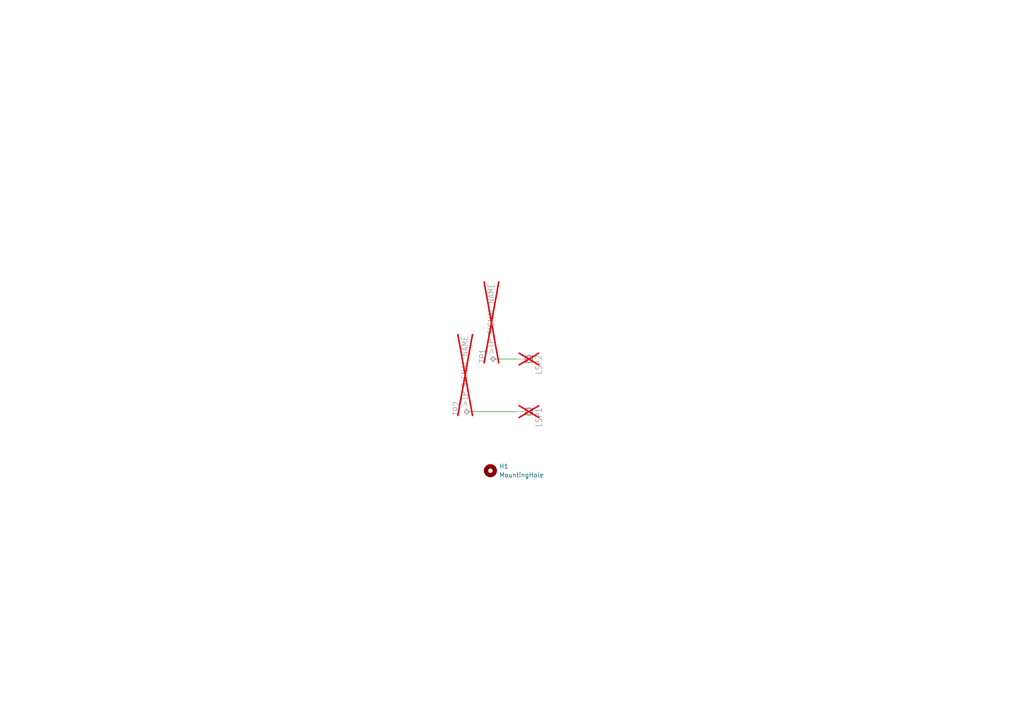
<source format=kicad_sch>
(kicad_sch (version 20230121) (generator eeschema)
  (paper "A4")
  (lib_symbols
    (symbol "Mechanical:MountingHole" (pin_names (offset 1.016))
      (property "Reference" "H" (at 0 5.08 0))
      (property "Value" "MountingHole" (at 0 3.175 0))
      (symbol "MountingHole_0_1"
        (circle (center 0 0) (radius 1.27) (stroke (width 1.27)))
      )
    )
    (symbol "ULHolder-eagle-import:MCS08"
      (property "Reference" "LSP" (at -1.27 2.921 0))
      (symbol "MCS08_1_0"
        (polyline (pts (xy -1.016 0) (xy 1.016 2.032)) (stroke (width 0.254)))
        (polyline (pts (xy -1.016 2.032) (xy 1.016 0)) (stroke (width 0.254)))
        (circle (center 0 1.016) (radius 1.016) (stroke (width 0.4064)))
        (pin passive line (at 0 -2.54 90) (length 2.54) (name "MP") (number "MP"))
      )
    )
    (symbol "ULHolder-eagle-import:TPTP20SQ"
      (property "Reference" "TP" (at -1.27 1.27 0))
      (symbol "TPTP20SQ_1_0"
        (polyline (pts (xy -0.762 -0.762) (xy 0 0)) (stroke (width 0.254)))
        (polyline (pts (xy 0 -1.524) (xy -0.762 -0.762)) (stroke (width 0.254)))
        (polyline (pts (xy 0 0) (xy 0.762 -0.762)) (stroke (width 0.254)))
        (polyline (pts (xy 0.762 -0.762) (xy 0 -1.524)) (stroke (width 0.254)))
        (text ">TP_SIGNAL_NAME" (at 1.27 -1.27 0) (effects (font (size 1.778 1.5113)) (justify left bottom)))
        (pin input line (at 0 -2.54 90) (length 2.54) (name "TP") (number "TP"))
      )
    )
  )
  (wire (pts (xy 137.16 119.38) (xy 149.86 119.38)) (stroke (width 0.1524)))
  (wire (pts (xy 144.78 104.14) (xy 149.86 104.14)) (stroke (width 0.1524)))
  (symbol (lib_id "Mechanical:MountingHole") (at 142.24 136.525 0) (unit 1)
    (property "Reference" "H1" (at 144.78 135.255 0) (effects (justify left)))
    (property "Value" "MountingHole" (at 144.78 137.795 0) (effects (justify left)))
    (property "Footprint" "MountingHole:MountingHole_3.2mm_M3" (effects hide))
  )
  (symbol (lib_id "ULHolder-eagle-import:MCS08") (at 152.4 119.38 270) (unit 1) (in_bom no) (dnp yes)
    (property "Reference" "LSP1" (at 155.321 118.11 0) (effects (font (size 1.778 1.5113)) (justify left bottom)))
    (property "Value" "MCS08" (effects hide))
    (property "Footprint" "ULHolder:MCS08" (effects hide))
  )
  (symbol (lib_id "ULHolder-eagle-import:TPTP20SQ") (at 142.24 104.14 90) (unit 1) (in_bom no) (dnp yes)
    (property "Reference" "TP1" (at 140.97 105.41 0) (effects (font (size 1.778 1.5113)) (justify left bottom)))
    (property "Value" "TPTP20SQ" (effects hide))
    (property "Footprint" "ULHolder:TP20SQ" (effects hide))
  )
  (symbol (lib_id "ULHolder-eagle-import:TPTP20SQ") (at 134.62 119.38 90) (unit 1) (in_bom no) (dnp yes)
    (property "Reference" "TP2" (at 133.35 120.65 0) (effects (font (size 1.778 1.5113)) (justify left bottom)))
    (property "Value" "TPTP20SQ" (effects hide))
    (property "Footprint" "ULHolder:TP20SQ" (effects hide))
  )
  (symbol (lib_id "ULHolder-eagle-import:MCS08") (at 152.4 104.14 270) (unit 1) (in_bom no) (dnp yes)
    (property "Reference" "LSP2" (at 155.321 102.87 0) (effects (font (size 1.778 1.5113)) (justify left bottom)))
    (property "Value" "MCS08" (effects hide))
    (property "Footprint" "ULHolder:MCS08" (effects hide))
  )
)
</source>
